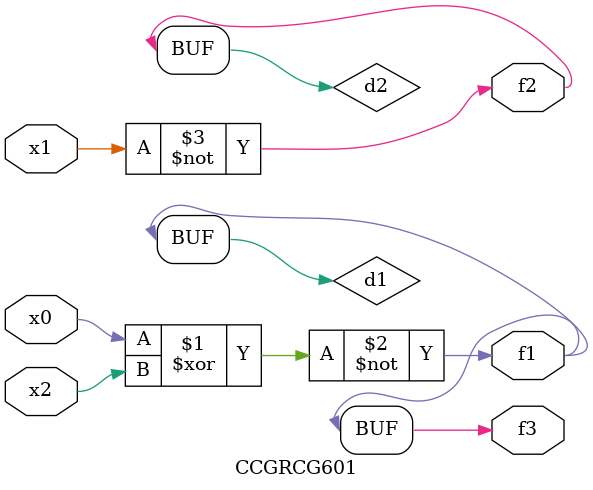
<source format=v>
module CCGRCG601(
	input x0, x1, x2,
	output f1, f2, f3
);

	wire d1, d2, d3;

	xnor (d1, x0, x2);
	nand (d2, x1);
	nor (d3, x1, x2);
	assign f1 = d1;
	assign f2 = d2;
	assign f3 = d1;
endmodule

</source>
